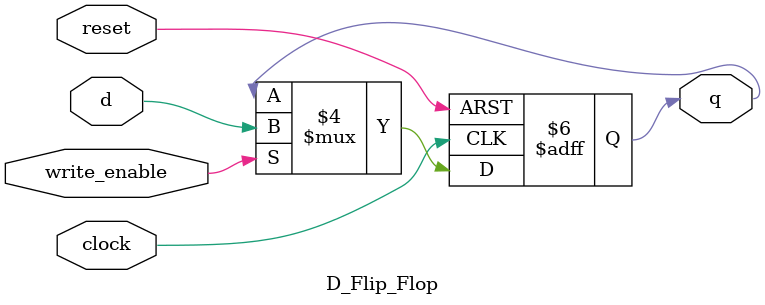
<source format=v>
/* This module implements the D-flip-flop. It takes one bit input, a clock signal and an active-low
 * asynchronous reset signal, put out one bit answer.
 */
module D_Flip_Flop(d, clock, write_enable, reset, q);
    input d, clock, reset, write_enable;
    output reg q;

    initial begin
       q = 0;
    end
    // Update the information records in the D-flip-flop at each positive edge of clock and each
    // negative edge of reset
    always@(posedge clock, negedge reset) begin
        // If reset signal is low, set the information
        if (reset == 1'b0)
            q <= 0;
        // Else, update the information according to the given input
        else if (write_enable)
            q <= d;
    end

endmodule

</source>
